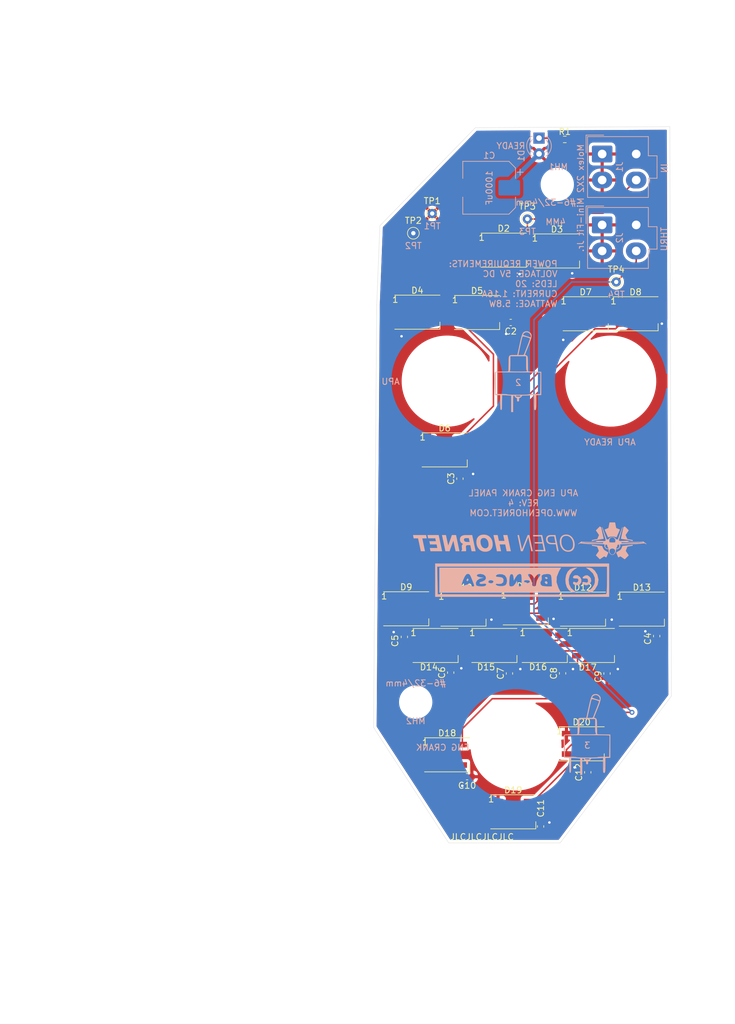
<source format=kicad_pcb>
(kicad_pcb (version 20221018) (generator pcbnew)
  (title_block (title "APU ENG CRANK PANEL") (date "2023-04-12") (rev "4") (company "www.openhornet.com") (comment 1 "License:  CC BY-NC-SA") (comment 2 "Backlighting - Type A"))
  (layers (0 "F.Cu" signal) (31 "B.Cu" signal) (34 "B.Paste" user) (35 "F.Paste" user) (36 "B.SilkS" user "B.Silkscreen") (37 "F.SilkS" user "F.Silkscreen") (38 "B.Mask" user) (39 "F.Mask" user) (44 "Edge.Cuts" user))
  (net 0 "")
  (net 1 "Net-(D2-DOUT)")
  (net 2 "Net-(D3-DOUT)")
  (net 3 "Net-(D4-DOUT)")
  (net 4 "Net-(D5-DOUT)")
  (net 5 "Net-(D8-DOUT)")
  (net 6 "Net-(D10-DIN)")
  (net 7 "Net-(D10-DOUT)")
  (net 8 "Net-(D11-DOUT)")
  (net 9 "Net-(D14-DOUT)")
  (net 10 "Net-(D15-DOUT)")
  (net 11 "+5V")
  (net 12 "GND")
  (net 13 "Net-(D1-K)")
  (net 14 "DATA IN")
  (net 15 "/DATA1")
  (net 16 "/DATA2")
  (net 17 "/DATA3")
  (net 18 "DATA OUT")
  (net 19 "Net-(D7-DOUT)")
  (net 20 "Net-(D12-DOUT)")
  (net 21 "Net-(D16-DOUT)")
  (net 22 "Net-(D18-DOUT)")
  (net 23 "Net-(D19-DOUT)")
  (footprint "OH_Footprints:LED_WS2812B_PLCC4_5.0x5.0mm_P3.2mm" (layer "F.Cu") (at 166.2314 63.9066)
    (fp_text reference "D2" (at 0 -3.5) (layer "F.SilkS"))
    (fp_text value "WS2812B")
    (fp_text user "1" (at -3.556 -2.032) (layer "F.SilkS"))
    (pad "1" smd rect (at -2.45 -1.65) (size 1.5 0.9) (layers "F.Cu" "F.Paste" "F.Mask") (net 11 "+5V"))
    (pad "2" smd rect (at -2.45 1.65) (size 1.5 0.9) (layers "F.Cu" "F.Paste" "F.Mask") (net 1 "Net-(D2-DOUT)"))
    (pad "3" smd rect (at 2.45 1.65) (size 1.5 0.9) (layers "F.Cu" "F.Paste" "F.Mask") (net 12 "GND"))
    (pad "4" smd rect (at 2.45 -1.65) (size 1.5 0.9) (layers "F.Cu" "F.Paste" "F.Mask") (net 14 "DATA IN"))
  )
  (footprint "OH_Footprints:LED_WS2812B_PLCC4_5.0x5.0mm_P3.2mm" (layer "F.Cu") (at 174.8282 64.0334)
    (fp_text reference "D3" (at 0 -3.5) (layer "F.SilkS"))
    (fp_text value "WS2812B")
    (fp_text user "1" (at -3.556 -2.032) (layer "F.SilkS"))
    (pad "1" smd rect (at -2.45 -1.65) (size 1.5 0.9) (layers "F.Cu" "F.Paste" "F.Mask") (net 11 "+5V"))
    (pad "2" smd rect (at -2.45 1.65) (size 1.5 0.9) (layers "F.Cu" "F.Paste" "F.Mask") (net 2 "Net-(D3-DOUT)"))
    (pad "3" smd rect (at 2.45 1.65) (size 1.5 0.9) (layers "F.Cu" "F.Paste" "F.Mask") (net 12 "GND"))
    (pad "4" smd rect (at 2.45 -1.65) (size 1.5 0.9) (layers "F.Cu" "F.Paste" "F.Mask") (net 1 "Net-(D2-DOUT)"))
  )
  (footprint "OH_Footprints:LED_WS2812B_PLCC4_5.0x5.0mm_P3.2mm" (layer "F.Cu") (at 152.2846 73.9138)
    (fp_text reference "D4" (at 0 -3.5) (layer "F.SilkS"))
    (fp_text value "WS2812B")
    (fp_text user "1" (at -3.556 -2.032) (layer "F.SilkS"))
    (pad "1" smd rect (at -2.45 -1.65) (size 1.5 0.9) (layers "F.Cu" "F.Paste" "F.Mask") (net 11 "+5V"))
    (pad "2" smd rect (at -2.45 1.65) (size 1.5 0.9) (layers "F.Cu" "F.Paste" "F.Mask") (net 3 "Net-(D4-DOUT)"))
    (pad "3" smd rect (at 2.45 1.65) (size 1.5 0.9) (layers "F.Cu" "F.Paste" "F.Mask") (net 12 "GND"))
    (pad "4" smd rect (at 2.45 -1.65) (size 1.5 0.9) (layers "F.Cu" "F.Paste" "F.Mask") (net 2 "Net-(D3-DOUT)"))
  )
  (footprint "OH_Footprints:LED_WS2812B_PLCC4_5.0x5.0mm_P3.2mm" (layer "F.Cu") (at 161.925 73.9646)
    (fp_text reference "D5" (at 0 -3.5) (layer "F.SilkS"))
    (fp_text value "WS2812B")
    (fp_text user "1" (at -3.556 -2.032) (layer "F.SilkS"))
    (pad "1" smd rect (at -2.45 -1.65) (size 1.5 0.9) (layers "F.Cu" "F.Paste" "F.Mask") (net 11 "+5V"))
    (pad "2" smd rect (at -2.45 1.65) (size 1.5 0.9) (layers "F.Cu" "F.Paste" "F.Mask") (net 4 "Net-(D5-DOUT)"))
    (pad "3" smd rect (at 2.45 1.65) (size 1.5 0.9) (layers "F.Cu" "F.Paste" "F.Mask") (net 12 "GND"))
    (pad "4" smd rect (at 2.45 -1.65) (size 1.5 0.9) (layers "F.Cu" "F.Paste" "F.Mask") (net 3 "Net-(D4-DOUT)"))
  )
  (footprint "OH_Footprints:LED_WS2812B_PLCC4_5.0x5.0mm_P3.2mm" (layer "F.Cu") (at 179.4626 74.1678)
    (fp_text reference "D7" (at 0 -3.5) (layer "F.SilkS"))
    (fp_text value "WS2812B")
    (fp_text user "1" (at -3.556 -2.032) (layer "F.SilkS"))
    (pad "1" smd rect (at -2.45 -1.65) (size 1.5 0.9) (layers "F.Cu" "F.Paste" "F.Mask") (net 11 "+5V"))
    (pad "2" smd rect (at -2.45 1.65) (size 1.5 0.9) (layers "F.Cu" "F.Paste" "F.Mask") (net 19 "Net-(D7-DOUT)"))
    (pad "3" smd rect (at 2.45 1.65) (size 1.5 0.9) (layers "F.Cu" "F.Paste" "F.Mask") (net 12 "GND"))
    (pad "4" smd rect (at 2.45 -1.65) (size 1.5 0.9) (layers "F.Cu" "F.Paste" "F.Mask") (net 15 "/DATA1"))
  )
  (footprint "OH_Footprints:LED_WS2812B_PLCC4_5.0x5.0mm_P3.2mm" (layer "F.Cu") (at 187.5166 74.1678)
    (fp_text reference "D8" (at 0 -3.5) (layer "F.SilkS"))
    (fp_text value "WS2812B")
    (fp_text user "1" (at -3.556 -2.032) (layer "F.SilkS"))
    (pad "1" smd rect (at -2.45 -1.65) (size 1.5 0.9) (layers "F.Cu" "F.Paste" "F.Mask") (net 11 "+5V"))
    (pad "2" smd rect (at -2.45 1.65) (size 1.5 0.9) (layers "F.Cu" "F.Paste" "F.Mask") (net 5 "Net-(D8-DOUT)"))
    (pad "3" smd rect (at 2.45 1.65) (size 1.5 0.9) (layers "F.Cu" "F.Paste" "F.Mask") (net 12 "GND"))
    (pad "4" smd rect (at 2.45 -1.65) (size 1.5 0.9) (layers "F.Cu" "F.Paste" "F.Mask") (net 19 "Net-(D7-DOUT)"))
  )
  (footprint "OH_Footprints:LED_WS2812B_PLCC4_5.0x5.0mm_P3.2mm" (layer "F.Cu") (at 150.4812 121.792)
    (fp_text reference "D9" (at 0 -3.5) (layer "F.SilkS"))
    (fp_text value "WS2812B")
    (fp_text user "1" (at -3.556 -2.032) (layer "F.SilkS"))
    (pad "1" smd rect (at -2.45 -1.65) (size 1.5 0.9) (layers "F.Cu" "F.Paste" "F.Mask") (net 11 "+5V"))
    (pad "2" smd rect (at -2.45 1.65) (size 1.5 0.9) (layers "F.Cu" "F.Paste" "F.Mask") (net 6 "Net-(D10-DIN)"))
    (pad "3" smd rect (at 2.45 1.65) (size 1.5 0.9) (layers "F.Cu" "F.Paste" "F.Mask") (net 12 "GND"))
    (pad "4" smd rect (at 2.45 -1.65) (size 1.5 0.9) (layers "F.Cu" "F.Paste" "F.Mask") (net 5 "Net-(D8-DOUT)"))
  )
  (footprint "OH_Footprints:LED_WS2812B_PLCC4_5.0x5.0mm_P3.2mm" (layer "F.Cu") (at 159.7268 121.8428)
    (fp_text reference "D10" (at 0 -3.5) (layer "F.SilkS"))
    (fp_text value "WS2812B")
    (fp_text user "1" (at -3.556 -2.032) (layer "F.SilkS"))
    (pad "1" smd rect (at -2.45 -1.65) (size 1.5 0.9) (layers "F.Cu" "F.Paste" "F.Mask") (net 11 "+5V"))
    (pad "2" smd rect (at -2.45 1.65) (size 1.5 0.9) (layers "F.Cu" "F.Paste" "F.Mask") (net 7 "Net-(D10-DOUT)"))
    (pad "3" smd rect (at 2.45 1.65) (size 1.5 0.9) (layers "F.Cu" "F.Paste" "F.Mask") (net 12 "GND"))
    (pad "4" smd rect (at 2.45 -1.65) (size 1.5 0.9) (layers "F.Cu" "F.Paste" "F.Mask") (net 6 "Net-(D10-DIN)"))
  )
  (footprint "OH_Footprints:LED_WS2812B_PLCC4_5.0x5.0mm_P3.2mm" (layer "F.Cu") (at 169.7852 121.6396)
    (fp_text reference "D11" (at 0 -3.5) (layer "F.SilkS"))
    (fp_text value "WS2812B")
    (fp_text user "1" (at -3.556 -2.032) (layer "F.SilkS"))
    (pad "1" smd rect (at -2.45 -1.65) (size 1.5 0.9) (layers "F.Cu" "F.Paste" "F.Mask") (net 11 "+5V"))
    (pad "2" smd rect (at -2.45 1.65) (size 1.5 0.9) (layers "F.Cu" "F.Paste" "F.Mask") (net 8 "Net-(D11-DOUT)"))
    (pad "3" smd rect (at 2.45 1.65) (size 1.5 0.9) (layers "F.Cu" "F.Paste" "F.Mask") (net 12 "GND"))
    (pad "4" smd rect (at 2.45 -1.65) (size 1.5 0.9) (layers "F.Cu" "F.Paste" "F.Mask") (net 7 "Net-(D10-DOUT)"))
  )
  (footprint "OH_Footprints:LED_WS2812B_PLCC4_5.0x5.0mm_P3.2mm" (layer "F.Cu") (at 179.0308 121.8428)
    (fp_text reference "D12" (at 0 -3.5) (layer "F.SilkS"))
    (fp_text value "WS2812B")
    (fp_text user "1" (at -3.556 -2.032) (layer "F.SilkS"))
    (pad "1" smd rect (at -2.45 -1.65) (size 1.5 0.9) (layers "F.Cu" "F.Paste" "F.Mask") (net 11 "+5V"))
    (pad "2" smd rect (at -2.45 1.65) (size 1.5 0.9) (layers "F.Cu" "F.Paste" "F.Mask") (net 20 "Net-(D12-DOUT)"))
    (pad "3" smd rect (at 2.45 1.65) (size 1.5 0.9) (layers "F.Cu" "F.Paste" "F.Mask") (net 12 "GND"))
    (pad "4" smd rect (at 2.45 -1.65) (size 1.5 0.9) (layers "F.Cu" "F.Paste" "F.Mask") (net 8 "Net-(D11-DOUT)"))
  )
  (footprint "OH_Footprints:LED_WS2812B_PLCC4_5.0x5.0mm_P3.2mm" (layer "F.Cu") (at 188.5304 121.8428)
    (fp_text reference "D13" (at 0 -3.5) (layer "F.SilkS"))
    (fp_text value "WS2812B")
    (fp_text user "1" (at -3.556 -2.032) (layer "F.SilkS"))
    (pad "1" smd rect (at -2.45 -1.65) (size 1.5 0.9) (layers "F.Cu" "F.Paste" "F.Mask") (net 11 "+5V"))
    (pad "2" smd rect (at -2.45 1.65) (size 1.5 0.9) (layers "F.Cu" "F.Paste" "F.Mask") (net 16 "/DATA2"))
    (pad "3" smd rect (at 2.45 1.65) (size 1.5 0.9) (layers "F.Cu" "F.Paste" "F.Mask") (net 12 "GND"))
    (pad "4" smd rect (at 2.45 -1.65) (size 1.5 0.9) (layers "F.Cu" "F.Paste" "F.Mask") (net 20 "Net-(D12-DOUT)"))
  )
  (footprint "OH_Footprints:LED_WS2812B_PLCC4_5.0x5.0mm_P3.2mm" (layer "F.Cu") (at 155.2194 127.7112)
    (fp_text reference "D14" (at -1.0694 3.4988) (layer "F.SilkS"))
    (fp_text value "WS2812B")
    (fp_text user "1" (at -3.556 -2.032) (layer "F.SilkS"))
    (pad "1" smd rect (at -2.45 -1.65) (size 1.5 0.9) (layers "F.Cu" "F.Paste" "F.Mask") (net 11 "+5V"))
    (pad "2" smd rect (at -2.45 1.65) (size 1.5 0.9) (layers "F.Cu" "F.Paste" "F.Mask") (net 9 "Net-(D14-DOUT)"))
    (pad "3" smd rect (at 2.45 1.65) (size 1.5 0.9) (layers "F.Cu" "F.Paste" "F.Mask") (net 12 "GND"))
    (pad "4" smd rect (at 2.45 -1.65) (size 1.5 0.9) (layers "F.Cu" "F.Paste" "F.Mask") (net 16 "/DATA2"))
  )
  (footprint "OH_Footprints:LED_WS2812B_PLCC4_5.0x5.0mm_P3.2mm" (layer "F.Cu") (at 164.719 127.7112)
    (fp_text reference "D15" (at -1.339 3.4988) (layer "F.SilkS"))
    (fp_text value "WS2812B")
    (fp_text user "1" (at -3.556 -2.032) (layer "F.SilkS"))
    (pad "1" smd rect (at -2.45 -1.65) (size 1.5 0.9) (layers "F.Cu" "F.Paste" "F.Mask") (net 11 "+5V"))
    (pad "2" smd rect (at -2.45 1.65) (size 1.5 0.9) (layers "F.Cu" "F.Paste" "F.Mask") (net 10 "Net-(D15-DOUT)"))
    (pad "3" smd rect (at 2.45 1.65) (size 1.5 0.9) (layers "F.Cu" "F.Paste" "F.Mask") (net 12 "GND"))
    (pad "4" smd rect (at 2.45 -1.65) (size 1.5 0.9) (layers "F.Cu" "F.Paste" "F.Mask") (net 9 "Net-(D14-DOUT)"))
  )
  (footprint "OH_Footprints:LED_WS2812B_PLCC4_5.0x5.0mm_P3.2mm" (layer "F.Cu") (at 172.847 127.7112)
    (fp_text reference "D16" (at -1.067 3.4788) (layer "F.SilkS"))
    (fp_text value "WS2812B")
    (fp_text user "1" (at -3.556 -2.032) (layer "F.SilkS"))
    (pad "1" smd rect (at -2.45 -1.65) (size 1.5 0.9) (layers "F.Cu" "F.Paste" "F.Mask") (net 11 "+5V"))
    (pad "2" smd rect (at -2.45 1.65) (size 1.5 0.9) (layers "F.Cu" "F.Paste" "F.Mask") (net 21 "Net-(D16-DOUT)"))
    (pad "3" smd rect (at 2.45 1.65) (size 1.5 0.9) (layers "F.Cu" "F.Paste" "F.Mask") (net 12 "GND"))
    (pad "4" smd rect (at 2.45 -1.65) (size 1.5 0.9) (layers "F.Cu" "F.Paste" "F.Mask") (net 10 "Net-(D15-DOUT)"))
  )
  (footprint "OH_Footprints:LED_WS2812B_PLCC4_5.0x5.0mm_P3.2mm" (layer "F.Cu") (at 180.467 127.7112)
    (fp_text reference "D17" (at -0.677 3.5288) (layer "F.SilkS"))
    (fp_text value "WS2812B")
    (fp_text user "1" (at -3.556 -2.032) (layer "F.SilkS"))
    (pad "1" smd rect (at -2.45 -1.65) (size 1.5 0.9) (layers "F.Cu" "F.Paste" "F.Mask") (net 11 "+5V"))
    (pad "2" smd rect (at -2.45 1.65) (size 1.5 0.9) (layers "F.Cu" "F.Paste" "F.Mask") (net 17 "/DATA3"))
    (pad "3" smd rect (at 2.45 1.65) (size 1.5 0.9) (layers "F.Cu" "F.Paste" "F.Mask") (net 12 "GND"))
    (pad "4" smd rect (at 2.45 -1.65) (size 1.5 0.9) (layers "F.Cu" "F.Paste" "F.Mask") (net 21 "Net-(D16-DOUT)"))
  )
  (footprint "OH_Footprints:LED_WS2812B_PLCC4_5.0x5.0mm_P3.2mm" (layer "F.Cu") (at 178.816 143.5862)
    (fp_text reference "D20" (at 0 -3.5) (layer "F.SilkS"))
    (fp_text value "WS2812B")
    (fp_text user "1" (at -3.556 -2.032) (layer "F.SilkS"))
    (pad "1" smd rect (at -2.45 -1.65) (size 1.5 0.9) (layers "F.Cu" "F.Paste" "F.Mask") (net 11 "+5V"))
    (pad "2" smd rect (at -2.45 1.65) (size 1.5 0.9) (layers "F.Cu" "F.Paste" "F.Mask") (net 18 "DATA OUT"))
    (pad "3" smd rect (at 2.45 1.65) (size 1.5 0.9) (layers "F.Cu" "F.Paste" "F.Mask") (net 12 "GND"))
    (pad "4" smd rect (at 2.45 -1.65) (size 1.5 0.9) (layers "F.Cu" "F.Paste" "F.Mask") (net 23 "Net-(D19-DOUT)"))
  )
  (footprint "OH_Footprints:LED_WS2812B_PLCC4_5.0x5.0mm_P3.2mm" (layer "F.Cu") (at 157.099 145.3642)
    (fp_text reference "D18" (at 0 -3.5) (layer "F.SilkS"))
    (fp_text value "WS2812B")
    (fp_text user "1" (at -3.556 -2.032) (layer "F.SilkS"))
    (pad "1" smd rect (at -2.45 -1.65) (size 1.5 0.9) (layers "F.Cu" "F.Paste" "F.Mask") (net 11 "+5V"))
    (pad "2" smd rect (at -2.45 1.65) (size 1.5 0.9) (layers "F.Cu" "F.Paste" "F.Mask") (net 22 "Net-(D18-DOUT)"))
    (pad "3" smd rect (at 2.45 1.65) (size 1.5 0.9) (layers "F.Cu" "F.Paste" "F.Mask") (net 12 "GND"))
    (pad "4" smd rect (at 2.45 -1.65) (size 1.5 0.9) (layers "F.Cu" "F.Paste" "F.Mask") (net 17 "/DATA3"))
  )
  (footprint "OH_Footprints:LED_WS2812B_PLCC4_5.0x5.0mm_P3.2mm" (layer "F.Cu") (at 167.767 154.559)
    (fp_text reference "D19" (at 0 -3.5) (layer "F.SilkS"))
    (fp_text value "WS2812B")
    (fp_text user "1" (at -3.556 -2.032) (layer "F.SilkS"))
    (pad "1" smd rect (at -2.45 -1.65) (size 1.5 0.9) (layers "F.Cu" "F.Paste" "F.Mask") (net 11 "+5V"))
    (pad "2" smd rect (at -2.45 1.65) (size 1.5 0.9) (layers "F.Cu" "F.Paste" "F.Mask") (net 23 "Net-(D19-DOUT)"))
    (pad "3" smd rect (at 2.45 1.65) (size 1.5 0.9) (layers "F.Cu" "F.Paste" "F.Mask") (net 12 "GND"))
    (pad "4" smd rect (at 2.45 -1.65) (size 1.5 0.9) (layers "F.Cu" "F.Paste" "F.Mask") (net 22 "Net-(D18-DOUT)"))
  )
  (footprint "OH_Footprints:LED_WS2812B_PLCC4_5.0x5.0mm_P3.2mm" (layer "F.Cu") (at 156.6926 96.139)
    (fp_text reference "D6" (at 0 -3.5) (layer "F.SilkS"))
    (fp_text value "WS2812B")
    (fp_text user "1" (at -3.556 -2.032) (layer "F.SilkS"))
    (pad "1" smd rect (at -2.45 -1.65) (size 1.5 0.9) (layers "F.Cu" "F.Paste" "F.Mask") (net 11 "+5V"))
    (pad "2" smd rect (at -2.45 1.65) (size 1.5 0.9) (layers "F.Cu" "F.Paste" "F.Mask") (net 15 "/DATA1"))
    (pad "3" smd rect (at 2.45 1.65) (size 1.5 0.9) (layers "F.Cu" "F.Paste" "F.Mask") (net 12 "GND"))
    (pad "4" smd rect (at 2.45 -1.65) (size 1.5 0.9) (layers "F.Cu" "F.Paste" "F.Mask") (net 4 "Net-(D5-DOUT)"))
  )
  (footprint "OH_Footprints:R_0603_1608Metric" (layer "F.Cu") (at 176.0907 46.0299)
    (fp_text reference "R1" (at 0 -1.2499) (layer "F.SilkS"))
    (fp_text value "470")
    (pad "1" smd roundrect (at -0.825 0) (size 0.8 0.95) (layers "F.Cu" "F.Paste" "F.Mask") (net 13 "Net-(D1-K)"))
    (pad "2" smd roundrect (at 0.825 0) (size 0.8 0.95) (layers "F.Cu" "F.Paste" "F.Mask") (net 12 "GND"))
  )
  (footprint "OH_Footprints:C_0603_1608Metric" (layer "F.Cu") (at 172.1866 156.9289 90)
    (fp_text reference "C11" (at 2.9289 0.0234 90) (layer "F.SilkS"))
    (fp_text value "0.1uF")
    (pad "1" smd roundrect (at -0.775 0 90) (size 0.9 0.95) (layers "F.Cu" "F.Paste" "F.Mask") (net 11 "+5V"))
    (pad "2" smd roundrect (at 0.775 0 90) (size 0.9 0.95) (layers "F.Cu" "F.Paste" "F.Mask") (net 12 "GND"))
  )
  (footprint "OH_Footprints:C_0603_1608Metric" (layer "F.Cu") (at 160.3187 148.8925 180)
    (fp_text reference "C10" (at 0 -1.43 180) (layer "F.SilkS"))
    (fp_text value "0.1uF")
    (pad "1" smd roundrect (at -0.775 0 180) (size 0.9 0.95) (layers "F.Cu" "F.Paste" "F.Mask") (net 11 "+5V"))
    (pad "2" smd roundrect (at 0.775 0 180) (size 0.9 0.95) (layers "F.Cu" "F.Paste" "F.Mask") (net 12 "GND"))
  )
  (footprint "OH_Footprints:C_0603_1608Metric" (layer "F.Cu") (at 179.8041 148.1862 90)
    (fp_text reference "C12" (at 0 -1.43 90) (layer "F.SilkS"))
    (fp_text value "0.1uF")
    (pad "1" smd roundrect (at -0.775 0 90) (size 0.9 0.95) (layers "F.Cu" "F.Paste" "F.Mask") (net 11 "+5V"))
    (pad "2" smd roundrect (at 0.775 0 90) (size 0.9 0.95) (layers "F.Cu" "F.Paste" "F.Mask") (net 12 "GND"))
  )
  (footprint "OH_Footprints:C_0603_1608Metric" (layer "F.Cu") (at 157.6705 132.0927 90)
    (fp_text reference "C6" (at 0 -1.43 90) (layer "F.SilkS"))
    (fp_text value "0.1uF")
    (pad "1" smd roundrect (at -0.775 0 90) (size 0.9 0.95) (layers "F.Cu" "F.Paste" "F.Mask") (net 11 "+5V"))
    (pad "2" smd roundrect (at 0.775 0 90) (size 0.9 0.95) (layers "F.Cu" "F.Paste" "F.Mask") (net 12 "GND"))
  )
  (footprint "OH_Footprints:C_0603_1608Metric" (layer "F.Cu") (at 167.1599 132.2324 90)
    (fp_text reference "C7" (at 0 -1.43 90) (layer "F.SilkS"))
    (fp_text value "0.1uF")
    (pad "1" smd roundrect (at -0.775 0 90) (size 0.9 0.95) (layers "F.Cu" "F.Paste" "F.Mask") (net 11 "+5V"))
    (pad "2" smd roundrect (at 0.775 0 90) (size 0.9 0.95) (layers "F.Cu" "F.Paste" "F.Mask") (net 12 "GND"))
  )
  (footprint "OH_Footprints:C_0603_1608Metric" (layer "F.Cu") (at 175.7401 132.2121 90)
    (fp_text reference "C8" (at 0 -1.43 90) (layer "F.SilkS"))
    (fp_text value "0.1uF")
    (pad "1" smd roundrect (at -0.775 0 90) (size 0.9 0.95) (layers "F.Cu" "F.Paste" "F.Mask") (net 11 "+5V"))
    (pad "2" smd roundrect (at 0.775 0 90) (size 0.9 0.95) (layers "F.Cu" "F.Paste" "F.Mask") (net 12 "GND"))
  )
  (footprint "OH_Footprints:C_0603_1608Metric" (layer "F.Cu") (at 182.9156 132.2376 90)
    (fp_text reference "C9" (at -0.5124 -1.43 90) (layer "F.SilkS"))
    (fp_text value "0.1uF")
    (pad "1" smd roundrect (at -0.775 0 90) (size 0.9 0.95) (layers "F.Cu" "F.Paste" "F.Mask") (net 11 "+5V"))
    (pad "2" smd roundrect (at 0.775 0 90) (size 0.9 0.95) (layers "F.Cu" "F.Paste" "F.Mask") (net 12 "GND"))
  )
  (footprint "OH_Footprints:C_0603_1608Metric" (layer "F.Cu") (at 150.1877 126.3295 90)
    (fp_text reference "C5" (at -0.6305 -1.5077 90) (layer "F.SilkS"))
    (fp_text value "0.1uF")
    (pad "1" smd roundrect (at -0.775 0 90) (size 0.9 0.95) (layers "F.Cu" "F.Paste" "F.Mask") (net 11 "+5V"))
    (pad "2" smd roundrect (at 0.775 0 90) (size 0.9 0.95) (layers "F.Cu" "F.Paste" "F.Mask") (net 12 "GND"))
  )
  (footprint "OH_Footprints:C_0603_1608Metric" (layer "F.Cu") (at 190.9343 126.1974 90)
    (fp_text reference "C4" (at -0.4126 -1.4343 90) (layer "F.SilkS"))
    (fp_text value "0.1uF")
    (pad "1" smd roundrect (at -0.775 0 90) (size 0.9 0.95) (layers "F.Cu" "F.Paste" "F.Mask") (net 11 "+5V"))
    (pad "2" smd roundrect (at 0.775 0 90) (size 0.9 0.95) (layers "F.Cu" "F.Paste" "F.Mask") (net 12 "GND"))
  )
  (footprint "OH_Footprints:C_0603_1608Metric" (layer "F.Cu") (at 159.1589 100.7872 90)
    (fp_text reference "C3" (at 0 -1.43 90) (layer "F.SilkS"))
    (fp_text value "0.1uF")
    (pad "1" smd roundrect (at -0.775 0 90) (size 0.9 0.95) (layers "F.Cu" "F.Paste" "F.Mask") (net 11 "+5V"))
    (pad "2" smd roundrect (at 0.775 0 90) (size 0.9 0.95) (layers "F.Cu" "F.Paste" "F.Mask") (net 12 "GND"))
  )
  (footprint "OH_Footprints:C_0603_1608Metric" (layer "F.Cu") (at 167.3606 75.5726 180)
    (fp_text reference "C2" (at 0 -1.43 180) (layer "F.SilkS"))
    (fp_text value "0.1uF")
    (pad "1" smd roundrect (at -0.775 0 180) (size 0.9 0.95) (layers "F.Cu" "F.Paste" "F.Mask") (net 11 "+5V"))
    (pad "2" smd roundrect (at 0.775 0 180) (size 0.9 0.95) (layers "F.Cu" "F.Paste" "F.Mask") (net 12 "GND"))
  )
  (footprint "OH_Footprints:631HX_Toggle_13mm_x_13mm" (layer "F.Cu") (at 157.099 85.0392)
    (fp_text reference "MH3" hide)
    (fp_text value "Switch_631H" hide)
    (pad "" np_thru_hole circle (at 0 0) (size 12.7 12.7) (drill 12.7) (layers "F&B.Cu" "*.Mask") (clearance 0.54))
  )
  (footprint "OH_Footprints:631HX_Toggle_13mm_x_13mm" (layer "F.Cu") (at 183.515 85.0392)
    (fp_text reference "MH4" hide)
    (fp_text value "APU READY LIGHT" hide)
    (pad "" np_thru_hole circle (at 0 0) (size 12.7 12.7) (drill 12.7) (layers "F&B.Cu" "*.Mask") (clearance 0.54))
  )
  (footprint "OH_Footprints:631HX_Toggle_13mm_x_13mm" (layer "F.Cu") (at 168.2115 143.7767)
    (fp_text reference "MH5" hide)
    (fp_text value "Switch_631H" hide)
    (pad "" np_thru_hole circle (at 0 0) (size 12.7 12.7) (drill 12.7) (layers "F&B.Cu" "*.Mask") (clearance 0.54))
  )
  (footprint "OH_Footprints:TestPoint_THTPad_D1.5mm_Drill0.7mm" (layer "F.Cu") (at 151.638 61.1632)
    (fp_text reference "TP2" (at 0 -2.032) (layer "F.SilkS"))
    (fp_text value "TestPoint" hide)
    (fp_text user "${REFERENCE}" (at 0 2.032) (layer "B.SilkS") (effects (justify mirror)))
    (pad "1" thru_hole circle (at 0 0) (size 1.5 1.5) (drill 0.7) (layers "*.Cu" "*.Mask") (net 12 "GND"))
  )
  (footprint "OH_Footprints:TestPoint_THTPad_D1.5mm_Drill0.7mm" (layer "F.Cu") (at 154.686 57.9882)
    (fp_text reference "TP1" (at 0 -2.032) (layer "F.SilkS"))
    (fp_text value "TestPoint" hide)
    (fp_text user "${REFERENCE}" (at 0 2.032) (layer "B.SilkS") (effects (justify mirror)))
    (pad "1" thru_hole circle (at 0 0) (size 1.5 1.5) (drill 0.7) (layers "*.Cu" "*.Mask") (net 11 "+5V"))
  )
  (footprint "OH_Footprints:TestPoint_THTPad_D1.5mm_Drill0.7mm" (layer "F.Cu") (at 184.404 69.0372)
    (fp_text reference "TP4" (at 0 -2.032) (layer "F.SilkS"))
    (fp_text value "TestPoint" hide)
    (fp_text user "${REFERENCE}" (at 0 2.032) (layer "B.SilkS") (effects (justify mirror)))
    (pad "1" thru_hole circle (at 0 0) (size 1.5 1.5) (drill 0.7) (layers "*.Cu" "*.Mask") (net 18 "DATA OUT"))
  )
  (footprint "OH_Footprints:TestPoint_THTPad_D1.5mm_Drill0.7mm" (layer "F.Cu") (at 170.053 58.8772)
    (fp_text reference "TP3" (at 0 -2.032) (layer "F.SilkS"))
    (fp_text value "TestPoint" hide)
    (fp_text user "${REFERENCE}" (at 0 2.032) (layer "B.SilkS") (effects (justify mirror)))
    (pad "1" thru_hole circle (at 0 0) (size 1.5 1.5) (drill 0.7) (layers "*.Cu" "*.Mask") (net 14 "DATA IN"))
  )
  (footprint "OH_Footprints:Molex_Mini-Fit_Jr_5566-04A_2x02_P4.20mm_Vertical" (layer "B.Cu") (at 182.1282 59.8246 -90)
    (fp_text reference "J2" (at 2.1 -2.820624 90) (layer "B.SilkS") (effects (justify mirror)))
    (fp_text value "Mini-Fit Jr. 2x02")
    (pad "1" thru_hole roundrect (at 0 0 270) (size 2.7 3.3) (drill 1.4) (layers "*.Cu" "*.Mask") (roundrect_rratio 0.09259296296) (net 11 "+5V"))
    (pad "2" thru_hole oval (at 4.2 0 270) (size 2.7 3.3) (drill 1.4) (layers "*.Cu" "*.Mask") (net 11 "+5V"))
    (pad "3" thru_hole oval (at 0 -5.5 270) (size 2.7 3.3) (drill 1.4) (layers "*.Cu" "*.Mask") (net 12 "GND"))
    (pad "4" thru_hole oval (at 4.2 -5.5 270) (size 2.7 3.3) (drill 1.4) (layers "*.Cu" "*.Mask") (net 18 "DATA OUT"))
  )
  (footprint "OH_Footprints:CP_Elec_8x10" (layer "B.Cu") (at 163.8795 53.8277 180)
    (fp_text reference "C1" (at 0 5.2) (layer "B.SilkS") (effects (justify mirror)))
    (fp_text value "1000uF")
    (pad "1" smd roundrect (at -3.25 0 180) (size 3.5 2.5) (layers "B.Cu" "B.Paste" "B.Mask") (roundrect_rratio 0.1) (net 11 "+5V"))
    (pad "2" smd roundrect (at 3.25 0 180) (size 3.5 2.5) (layers "B.Cu" "B.Paste" "B.Mask") (roundrect_rratio 0.1) (net 12 "GND"))
  )
  (footprint "OH_Footprints:LED_D3.0mm" (layer "B.Cu") (at 171.9326 45.8166 -90)
    (fp_text reference "D1" (at 2.8634 2.8726 90) (layer "B.SilkS") (effects (justify mirror)))
    (fp_text value "Green")
    (pad "1" thru_hole rect (at 0 0 270) (size 1.8 1.8) (drill 0.9) (layers "*.Cu" "*.Mask") (net 13 "Net-(D1-K)"))
    (pad "2" thru_hole circle (at 2.54 0 270) (size 1.8 1.8) (drill 0.9) (layers "*.Cu" "*.Mask") (net 11 "+5V"))
  )
  (footprint "OH_Footprints:Molex_Mini-Fit_Jr_5566-04A_2x02_P4.20mm_Vertical" (layer "B.Cu") (at 182.1282 48.3819 -90)
    (fp_text reference "J1" (at 2.1 -2.820624 90) (layer "B.SilkS") (effects (justify mirror)))
    (fp_text value "Mini-Fit Jr. 2x02")
    (pad "1" thru_hole roundrect (at 0 0 270) (size 2.7 3.3) (drill 1.4) (layers "*.Cu" "*.Mask") (roundrect_rratio 0.09259296296) (net 11 "+5V"))
    (pad "2" thru_hole oval (at 4.2 0 270) (size 2.7 3.3) (drill 1.4) (layers "*.Cu" "*.Mask") (net 11 "+5V"))
    (pad "3" thru_hole oval (at 0 -5.5 270) (size 2.7 3.3) (drill 1.4) (layers "*.Cu" "*.Mask") (net 12 "GND"))
    (pad "4" thru_hole oval (at 4.2 -5.5 270) (size 2.7 3.3) (drill 1.4) (layers "*.Cu" "*.Mask") (net 14 "DATA IN"))
  )
  (footprint "OH_Footprints:MountingHole_6-32_PHS" (layer "B.Cu") (at 174.879 53.2892 180)
    (fp_text reference "MH1" (at -0.131 2.8292) (layer "B.SilkS") (effects (justify mirror)))
    (fp_text value "6x32 / 4mm" hide)
    (fp_text user "#6-32/4mm" (at 1.849 -2.9108 unlocked) (layer "B.SilkS") (effects (justify mirror)))
    (pad "" np_thru_hole circle (at 0 0 180) (size 4.3 4.3) (drill 4.3) (layers "F&B.Cu" "*.Mask") (clearance 0.54))
  )
  (footprint "OH_Footprints:MountingHole_6-32_PHS" (layer "B.Cu") (at 152.019 136.8552 180)
    (fp_text reference "MH2" (at 0 -3.048) (layer "B.SilkS") (effects (justify mirror)))
    (fp_text value "6x32 / 4mm" hide)
    (fp_text user "#6-32/4mm" (at 0 3.048 unlocked) (layer "B.SilkS") (effects (justify mirror)))
    (pad "" np_thru_hole circle (at 0 0 180) (size 4.3 4.3) (drill 4.3) (layers "F&B.Cu" "*.Mask") (clearance 0.54))
  )
  (footprint "OH_Footprints:631H2_Toggle_Silkscreen" (layer "B.Cu") (at 168.576701 83.500008 180)
    (fp_text reference "LOGO3" hide)
    (fp_text value "LOGO" hide)
    (fp_text user "2" (at 0 -1.778) (layer "B.SilkS") (effects (justify mirror)))
  )
  (footprint "OH_Footprints:631H3_Toggle_Silkscreen" (layer "B.Cu") (at 179.7304 142.0622 180)
    (fp_text reference "LOGO4" hide)
    (fp_text value "LOGO" hide)
    (fp_text user "3" (at 0 -1.778) (layer "B.SilkS") (effects (justify mirror)))
  )
  (footprint "OH_Footprints:LOGO_OH_Text_Small" (layer "B.Cu") (at 170.434 110.8202 180)
    (fp_text reference "LOGO1" hide)
    (fp_text value "LOGO" hide)
  )
  (footprint "OH_Footprints:LOGO_CC-BY-NC-SA_Half_Large" (layer "B.Cu") (at 169.291 117.1702 180)
    (fp_text reference "LOGO2" hide)
    (fp_text value "LOGO" hide)
  )
  (gr_line (start 146.2278 59.9694) (end 145.7198 72.771) (stroke (width 0.05)) (layer "Edge.Cuts"))
  (gr_line (start 193.3194 135.8646) (end 193.0654 43.9674) (stroke (width 0.05)) (layer "Edge.Cuts"))
  (gr_line (start 145.7198 72.771) (end 145.2118 140.9446) (stroke (width 0.05)) (layer "Edge.Cuts"))
  (gr_line (start 175.3362 159.5882) (end 193.3194 135.8646) (stroke (width 0.05)) (layer "Edge.Cuts"))
  (gr_line (start 145.2118 140.9446) (end 157.353 159.5882) (stroke (width 0.05)) (layer "Edge.Cuts"))
  (gr_line (start 193.0654 43.9674) (end 161.671 44.1198) (stroke (width 0.05)) (layer "Edge.Cuts"))
  (gr_line (start 161.671 44.1198) (end 146.2278 59.9694) (stroke (width 0.05)) (layer "Edge.Cuts"))
  (gr_line (start 157.353 159.5882) (end 175.3362 159.5882) (stroke (width 0.05)) (layer "Edge.Cuts"))
  (gr_text "IN" (at 192.18402 50.68316 90) (layer "B.SilkS") (effects (font (size 1 1)) (justify mirror)))
  (gr_text "APU ENG CRANK PANEL\nREV: 4\nWWW.OPENHORNET.COM" (at 169.418 104.7242) (layer "B.SilkS") (effects (font (size 1 1)) (justify mirror)))
  (gr_text "Molex 2X2 Mini-Fit Jr." (at 178.66 55.49 90) (layer "B.SilkS") (effects (font (size 1 1)) (justify mirror)))
  (gr_text "APU" (at 147.96262 85.11286) (layer "B.SilkS") (effects (font (size 1 1)) (justify mirror)))
  (gr_text "4MM" (at 174.617117 59.355572) (layer "B.SilkS") (effects (font (size 1 1)) (justify mirror)))
  (gr_text "ENG CRANK" (at 156.37764 144.18818) (layer "B.SilkS") (effects (font (size 1 1)) (justify mirror)))
  (gr_text "1000uF" (at 163.899 53.8742 90) (layer "B.SilkS") (effects (font (size 1 1)) (justify mirror)))
  (gr_text "POWER REQUIREMENTS:\nVOLTAGE: 5V DC\nLEDS: 20\nCURRENT: 1.16A\nWATTAGE: 5.8W" (at 175.006 69.342) (layer "B.SilkS") (effects (font (size 1 1)) (justify left mirror)))
  (gr_text "THRU" (at 192.14084 62.11824 90) (layer "B.SilkS") (effects (font (size 1 1)) (justify mirror)))
  (gr_text "READY" (at 167.386 47.0662) (layer "B.SilkS") (effects (font (size 1 1)) (justify mirror)))
  (gr_text "APU READY" (at 183.388 94.8944) (layer "B.SilkS") (effects (font (size 1 1)) (justify mirror)))
  (gr_text "JLCJLCJLCJLC" (at 162.719 158.6242) (layer "F.SilkS") (effects (font (size 1 1))))
  (segment (start 174.88 64.7816) (end 177.2782 62.3834) (width 0.25) (layer "F.Cu") (net 1))
  (segment (start 164.5564 64.7816) (end 174.88 64.7816) (width 0.25) (layer "F.Cu") (net 1))
  (segment (start 163.7814 65.5566) (end 164.5564 64.7816) (width 0.25) (layer "F.Cu") (net 1))
  (segment (start 155.4588 71.5396) (end 154.7346 72.2638) (width 0.25) (layer "F.Cu") (net 2))
  (segment (start 166.522 71.5396) (end 155.4588 71.5396) (width 0.25) (layer "F.Cu") (net 2))
  (segment (start 172.3782 65.6834) (end 166.522 71.5396) (width 0.25) (layer "F.Cu") (net 2))
  (segment (start 149.8346 75.5638) (end 150.6096 74.7888) (width 0.25) (layer "F.Cu") (net 3))
  (segment (start 150.6096 74.7888) (end 161.9008 74.7888) (width 0.25) (layer "F.Cu") (net 3))
  (segment (start 161.9008 74.7888) (end 164.375 72.3146) (width 0.25) (layer "F.Cu") (net 3))
  (segment (start 159.475 75.6146) (end 164.574 80.7136) (width 0.25) (layer "F.Cu") (net 4))
  (segment (start 164.574 80.7136) (end 164.574 89.0576) (width 0.25) (layer "F.Cu") (net 4))
  (segment (start 164.574 89.0576) (end 159.1426 94.489) (width 0.25) (layer "F.Cu") (net 4))
  (segment (start 184.2916 76.5928) (end 180.9632 76.5928) (width 0.25) (layer "F.Cu") (net 5))
  (segment (start 180.9632 76.5928) (end 162.1282 95.4278) (width 0.25) (layer "F.Cu") (net 5))
  (segment (start 162.1282 111.0106) (end 152.8942 120.2446) (width 0.25) (layer "F.Cu") (net 5))
  (segment (start 185.0666 75.8178) (end 184.2916 76.5928) (width 0.25) (layer "F.Cu") (net 5))
  (segment (start 162.1282 95.4278) (end 162.1282 111.0106) (width 0.25) (layer "F.Cu") (net 5))
  (segment (start 148.0312 123.442) (end 148.8062 122.667) (width 0.25) (layer "F.Cu") (net 6))
  (segment (start 148.8062 122.667) (end 159.7026 122.667) (width 0.25) (layer "F.Cu") (net 6))
  (segment (start 159.7026 122.667) (end 162.1768 120.1928) (width 0.25) (layer "F.Cu") (net 6))
  (segment (start 157.2768 123.4928) (end 160.3268 123.4928) (width 0.25) (layer "F.Cu") (net 7))
  (segment (start 171.2202 121.0046) (end 172.2352 119.9896) (width 0.25) (layer "F.Cu") (net 7))
  (segment (start 160.3268 123.4928) (end 162.815 121.0046) (width 0.25) (layer "F.Cu") (net 7))
  (segment (start 162.815 121.0046) (end 171.2202 121.0046) (width 0.25) (layer "F.Cu") (net 7))
  (segment (start 179.159 122.5146) (end 181.4808 120.1928) (width 0.25) (layer "F.Cu") (net 8))
  (segment (start 168.1102 122.5146) (end 179.159 122.5146) (width 0.25) (layer "F.Cu") (net 8))
  (segment (start 167.3352 123.2896) (end 168.1102 122.5146) (width 0.25) (layer "F.Cu") (net 8))
  (segment (start 152.7694 129.3612) (end 153.5444 128.5862) (width 0.25) (layer "F.Cu") (net 9))
  (segment (start 153.5444 128.5862) (end 164.644 128.5862) (width 0.25) (layer "F.Cu") (net 9))
  (segment (start 164.644 128.5862) (end 167.169 126.0612) (width 0.25) (layer "F.Cu") (net 9))
  (segment (start 167.7818 126.8984) (end 174.917 126.8984) (width 0.25) (layer "F.Cu") (net 10))
  (segment (start 165.319 129.3612) (end 167.7818 126.8984) (width 0.25) (layer "F.Cu") (net 10))
  (segment (start 174.917 126.8984) (end 175.7542 126.0612) (width 0.25) (layer "F.Cu") (net 10))
  (segment (start 162.269 129.3612) (end 165.319 129.3612) (width 0.25) (layer "F.Cu") (net 10))
  (segment (start 167.1295 53.1597) (end 171.9326 48.3566) (width 0.75) (layer "B.Cu") (net 11))
  (segment (start 175.7542 129.8184) (end 175.7542 131.423) (width 0.6) (layer "F.Cu") (net 12))
  (segment (start 175.297 129.3612) (end 175.7542 129.8184) (width 0.6) (layer "F.Cu") (net 12))
  (segment (start 170.217 156.209) (end 171.9537 156.209) (width 0.6) (layer "F.Cu") (net 12))
  (segment (start 177.3349 131.4371) (end 177.419 131.5212) (width 0.6) (layer "F.Cu") (net 12))
  (segment (start 172.0088 156.1539) (end 173.4767 156.1539) (width 0.6) (layer "F.Cu") (net 12))
  (segment (start 190.9343 125.4224) (end 189.1058 125.4224) (width 0.6) (layer "F.Cu") (net 12))
  (segment (start 148.4653 125.5545) (end 148.463 125.5522) (width 0.6) (layer "F.Cu") (net 12))
  (segment (start 185.2762 46.0299) (end 187.6282 48.3819) (width 0.6) (layer "F.Cu") (net 12))
  (segment (start 166.5856 75.5726) (end 166.5856 77.3808) (width 0.6) (layer "F.Cu") (net 12))
  (segment (start 189.1058 125.4224) (end 189.103 125.4252) (width 0.6) (layer "F.Cu") (net 12))
  (segment (start 159.1589 100.0122) (end 161.277 100.0122) (width 0.6) (layer "F.Cu") (net 12))
  (segment (start 183.6272 123.4928) (end 183.679 123.5446) (width 0.6) (layer "F.Cu") (net 12))
  (segment (start 152.1976 123.5446) (end 150.1877 125.5545) (width 0.6) (layer "F.Cu") (net 12))
  (segment (start 159.5437 148.8925) (end 159.5437 150.3629) (width 0.6) (layer "F.Cu") (net 12))
  (segment (start 189.9666 75.8178) (end 191.7204 75.8178) (width 0.6) (layer "F.Cu") (net 12))
  (segment (start 177.688 147.4112) (end 177.673 147.3962) (width 0.6) (layer "F.Cu") (net 12))
  (segment (start 159.3085 131.3177) (end 159.385 131.3942) (width 0.6) (layer "F.Cu") (net 12))
  (segment (start 159.1426 97.789) (end 159.1426 99.9959) (width 0.6) (layer "F.Cu") (net 12))
  (segment (start 175.7401 131.4371) (end 177.3349 131.4371) (width 0.6) (layer "F.Cu") (net 12))
  (segment (start 173.4767 156.1539) (end 173.609 156.2862) (width 0.6) (layer "F.Cu") (net 12))
  (segment (start 157.6705 131.3177) (end 159.3085 131.3177) (width 0.6) (layer "F.Cu") (net 12))
  (segment (start 177.2782 67.6264) (end 177.292 67.6402) (width 0.6) (layer "F.Cu") (net 12))
  (segment (start 167.169 129.3612) (end 167.169 131.4483) (width 0.6) (layer "F.Cu") (net 12))
  (segment (start 179.8041 147.4112) (end 177.688 147.4112) (width 0.6) (layer "F.Cu") (net 12))
  (segment (start 168.8462 131.4574) (end 168.91 131.5212) (width 0.6) (layer "F.Cu") (net 12))
  (segment (start 172.2352 123.2896) (end 174.153 123.2896) (width 0.6) (layer "F.Cu") (net 12))
  (segment (start 181.9126 75.8178) (end 179.7022 75.8178) (width 0.6) (layer "F.Cu") (net 12))
  (segment (start 161.277 100.0122) (end 161.29 100.0252) (width 0.6) (layer "F.Cu") (net 12))
  (segment (start 152.9312 123.442) (end 152.2346 123.442) (width 0.6) (layer "F.Cu") (net 12))
  (segment (start 184.5994 131.4626) (end 184.658 131.5212) (width 0.6) (layer "F.Cu") (net 12))
  (segment (start 162.1768 123.4928) (end 164.1962 123.4928) (width 0.6) (layer "F.Cu") (net 12))
  (segment (start 181.4808 123.4928) (end 183.6272 123.4928) (width 0.6) (layer "F.Cu") (net 12))
  (segment (start 181.3422 145.4394) (end 181.3422 145.8731) (width 0.6) (layer "F.Cu") (net 12))
  (segment (start 154.7346 75.5638) (end 151.9694 75.5638) (width 0.6) (layer "F.Cu") (net 12))
  (segment (start 166.5856 77.3808) (end 166.624 77.4192) (width 0.6) (layer "F.Cu") (net 12))
  (segment (start 167.1599 131.4574) (end 168.8462 131.4574) (width 0.6) (layer "F.Cu") (net 12))
  (segment (start 190.9434 123.5954) (end 190.9434 125.4133) (width 0.6) (layer "F.Cu") (net 12))
  (segment (start 182.917 129.3612) (end 182.917 131.4612) (width 0.6) (layer "F.Cu") (net 12))
  (segment (start 150.1877 125.5545) (end 148.4653 125.5545) (width 0.6) (layer "F.Cu") (net 12))
  (segment (start 164.375 75.6146) (end 166.5436 75.6146) (width 0.6) (layer "F.Cu") (net 12))
  (segment (start 191.7204 75.8178) (end 191.77 75.7682) (width 0.6) (layer "F.Cu") (net 12))
  (segment (start 176.9157 46.0299) (end 185.2762 46.0299) (width 0.6) (layer "F.Cu") (net 12))
  (segment (start 168.6814 65.5566) (end 168.6814 67.6656) (width 0.6) (layer "F.Cu") (net 12))
  (segment (start 164.1962 123.4928) (end 164.248 123.5446) (width 0.6) (layer "F.Cu") (net 12))
  (segment (start 168.6814 67.6656) (end 168.783 67.7672) (width 0.6) (layer "F.Cu") (net 12))
  (segment (start 159.549 147.0142) (end 159.549 148.8872) (width 0.6) (layer "F.Cu") (net 12))
  (segment (start 151.9694 75.5638) (end 149.733 77.8002) (width 0.6) (layer "F.Cu") (net 12))
  (segment (start 182.9156 131.4626) (end 184.5994 131.4626) (width 0.6) (layer "F.Cu") (net 12))
  (segment (start 177.1356 78.3844) (end 175.8442 78.3844) (width 0.6) (layer "F.Cu") (net 12))
  (segment (start 179.7022 75.8178) (end 177.1356 78.3844) (width 0.6) (layer "F.Cu") (net 12))
  (segment (start 181.3422 145.8731) (end 179.8041 147.4112) (width 0.6) (layer "F.Cu") (net 12))
  (segment (start 174.153 123.2896) (end 174.281 123.4176) (width 0.6) (layer "F.Cu") (net 12))
  (segment (start 157.6694 129.3612) (end 157.6694 131.3166) (width 0.6) (layer "F.Cu") (net 12))
  (segment (start 177.2782 65.6834) (end 177.2782 67.6264) (width 0.6) (layer "F.Cu") (net 12))
  (via (at 177.419 131.5212) (size 0.8) (drill 0.4) (layers "F.Cu" "B.Cu") (net 12))
  (via (at 159.385 131.3942) (size 0.8) (drill 0.4) (layers "F.Cu" "B.Cu") (net 12))
  (via (at 191.77 75.7682) (size 0.8) (drill 0.4) (layers "F.Cu" "B.Cu") (net 12))
  (via (at 168.91 131.5212) (size 0.8) (drill 0.4) (layers "F.Cu" "B.Cu") (net 12))
  (via (at 177.292 67.6402) (size 0.8) (drill 0.4) (layers "F.Cu" "B.Cu") (net 12))
  (via (at 149.733 77.8002) (size 0.8) (drill 0.4) (layers "F.Cu" "B.Cu") (net 12))
  (via (at 166.624 77.4192) (size 0.8) (drill 0.4) (layers "F.Cu" "B.Cu") (net 12))
  (via (at 164.248 123.5446) (size 0.8) (drill 0.4) (layers "F.Cu" "B.Cu") (net 12))
  (via (at 148.463 125.5522) (size 0.8) (drill 0.4) (layers "F.Cu" "B.Cu") (net 12))
  (via (at 161.29 100.0252) (size 0.8) (drill 0.4) (layers "F.Cu" "B.Cu") (net 12))
  (via (at 177.673 147.3962) (size 0.8) (drill 0.4) (layers "F.Cu" "B.Cu") (net 12))
  (via (at 159.5437 150.3629) (size 0.8) (drill 0.4) (layers "F.Cu" "B.Cu") (net 12))
  (via (at 183.679 123.5446) (size 0.8) (drill 0.4) (layers "F.Cu" "B.Cu") (net 12))
  (via (at 184.658 131.5212) (size 0.8) (drill 0.4) (layers "F.Cu" "B.Cu") (net 12))
  (via (at 189.103 125.4252) (size 0.8) (drill 0.4) (layers "F.Cu" "B.Cu") (net 12))
  (via (at 174.281 123.4176) (size 0.8) (drill 0.4) (layers "F.Cu" "B.Cu") (net 12))
  (via (at 173.609 156.2862) (size 0.8) (drill 0.4) (layers "F.Cu" "B.Cu") (net 12))
  (via (at 175.8442 78.3844) (size 0.8) (drill 0.4) (layers "F.Cu" "B.Cu") (net 12))
  (via (at 168.783 67.7672) (size 0.8) (drill 0.4) (layers "F.Cu" "B.Cu") (net 12))
  (segment (start 171.9326 45.8166) (end 175.0524 45.8166) (width 0.25) (layer "F.Cu") (net 13))
  (segment (start 176.750977 58.8772) (end 170.053 58.8772) (width 0.25) (layer "F.Cu") (net 14))
  (segment (start 187.6282 52.5819) (end 182.2727 57.9374) (width 0.25) (layer "F.Cu") (net 14))
  (segment (start 170.053 60.885) (end 168.6814 62.2566) (width 0.25) (layer "F.Cu") (net 14))
  (segment (start 177.690777 57.9374) (end 176.750977 58.8772) (width 0.25) (layer "F.Cu") (net 14))
  (segment (start 170.053 58.8772) (end 170.053 60.885) (width 0.25) (layer "F.Cu") (net 14))
  (segment (start 182.2727 57.9374) (end 177.690777 57.9374) (width 0.25) (layer "F.Cu") (net 14))
  (segment (start 173.0502 82.4314) (end 158.4676 97.014) (width 0.25) (layer "F.Cu") (net 15))
  (segment (start 178.9422 72.5178) (end 176.6316 74.8284) (width 0.25) (layer "F.Cu") (net 15))
  (segment (start 155.0176 97.014) (end 154.2426 97.789) (width 0.25) (layer "F.Cu") (net 15))
  (segment (start 181.9126 72.5178) (end 178.9422 72.5178) (width 0.25) (layer "F.Cu") (net 15))
  (segment (start 173.0502 74.8284) (end 173.0502 82.4314) (width 0.25) (layer "F.Cu") (net 15))
  (segment (start 176.6316 74.8284) (end 173.0502 74.8284) (width 0.25) (layer "F.Cu") (net 15))
  (segment (start 158.4676 97.014) (end 155.0176 97.014) (width 0.25) (layer "F.Cu") (net 15))
  (segment (start 168.4102 124.0646) (end 164.753305 124.0646) (width 0.25) (layer "F.Cu") (net 16))
  (segment (start 159.3584 124.3722) (end 157.6694 126.0612) (width 0.25) (layer "F.Cu") (net 16))
  (segment (start 186.0804 123.4928) (end 185.3036 124.2696) (width 0.25) (layer "F.Cu") (net 16))
  (segment (start 185.3036 124.2696) (end 168.6152 124.2696) (width 0.25) (layer "F.Cu") (net 16))
  (segment (start 164.753305 124.0646) (end 164.548305 124.2696) (width 0.25) (layer "F.Cu") (net 16))
  (segment (start 168.6152 124.2696) (end 168.4102 124.0646) (width 0.25) (layer "F.Cu") (net 16))
  (segment (start 164.548305 124.2696) (end 159.3954 124.2696) (width 0.25) (layer "F.Cu") (net 16))
  (segment (start 177.0327 136.3017) (end 164.3835 136.3017) (width 0.25) (layer "F.Cu") (net 17))
  (segment (start 164.3835 136.3017) (end 159.549 141.1362) (width 0.25) (layer "F.Cu") (net 17))
  (segment (start 159.549 141.1362) (end 159.549 143.7142) (width 0.25) (layer "F.Cu") (net 17))
  (segment (start 178.144 129.4882) (end 178.144 135.1904) (width 0.25) (layer "F.Cu") (net 17))
  (segment (start 178.144 135.1904) (end 177.0327 136.3017) (width 0.25) (layer "F.Cu") (net 17))
  (segment (start 176.366 144.5362) (end 182.396 138.5062) (width 0.25) (layer "F.Cu") (net 18))
  (segment (start 187.6282 65.813) (end 187.6282 64.0246) (width 0.25) (layer "F.Cu") (net 18))
  (segment (start 176.366 145.2362) (end 176.366 144.5362) (width 0.25) (layer "F.Cu") (net 18))
  (segment (start 184.404 69.0372) (end 187.6282 65.813) (width 0.25) (layer "F.Cu") (net 18))
  (segment (start 182.396 138.5062) (end 186.944 138.5062) (width 0.25) (layer "F.Cu") (net 18))
  (via (at 186.944 138.5062) (size 0.8) (drill 0.4) (layers "F.Cu" "B.Cu") (net 18))
  (segment (start 177.2158 69.0372) (end 184.404 69.0372) (width 0.25) (layer "B.Cu") (net 18))
  (segment (start 186.944 138.5062) (end 171.1198 122.682) (width 0.25) (layer "B.Cu") (net 18))
  (segment (start 171.1198 122.682) (end 171.1198 75.1332) (width 0.25) (layer "B.Cu") (net 18))
  (segment (start 171.1198 75.1332) (end 177.2158 69.0372) (width 0.25) (layer "B.Cu") (net 18))
  (segment (start 177.0126 75.8178) (end 178.2376 74.5928) (width 0.25) (layer "F.Cu") (net 19))
  (segment (start 178.2376 74.5928) (end 187.8916 74.5928) (width 0.25) (layer "F.Cu") (net 19))
  (segment (start 187.8916 74.5928) (end 189.9666 72.5178) (width 0.25) (layer "F.Cu") (net 19))
  (segment (start 182.0936 121.03) (end 190.1432 121.03) (width 0.25) (layer "F.Cu") (net 20))
  (segment (start 179.6308 123.4928) (end 182.0936 121.03) (width 0.25) (layer "F.Cu") (net 20))
  (segment (start 190.1432 121.03) (end 190.9804 120.1928) (width 0.25) (layer "F.Cu") (net 20))
  (segment (start 176.5808 123.4928) (end 179.6308 123.4928) (width 0.25) (layer "F.Cu") (net 20))
  (segment (start 180.392 128.5862) (end 182.917 126.0612) (width 0.25) (layer "F.Cu") (net 21))
  (segment (start 170.8542 129.3612) (end 171.6292 128.5862) (width 0.25) (layer "F.Cu") (net 21))
  (segment (start 171.6292 128.5862) (end 180.392 128.5862) (width 0.25) (layer "F.Cu") (net 21))
  (segment (start 161.717902 154.083102) (end 169.042898 154.083102) (width 0.25) (layer "F.Cu") (net 22))
  (segment (start 169.042898 154.083102) (end 170.217 152.909) (width 0.25) (layer "F.Cu") (net 22))
  (segment (start 154.649 147.0142) (end 161.717902 154.083102) (width 0.25) (layer "F.Cu") (net 22))
  (segment (start 165.317 156.209) (end 168.367 156.209) (width 0.25) (layer "F.Cu") (net 23))
  (segment (start 168.367 156.209) (end 170.892 153.684) (width 0.25) (layer "F.Cu") (net 23))
  (segment (start 171.292 152.5834) (end 181.3422 142.5332) (width 0.25) (layer "F.Cu") (net 23))
  (segment (start 170.892 153.684) (end 171.292 153.684) (width 0.25) (layer "F.Cu") (net 23))
  (segment (start 171.292 153.684) (end 171.292 152.5834) (width 0.25) (layer "F.Cu") (net 23))
  (segment (start 181.3422 142.5332) (end 181.3422 142.1394) (width 0.25) (layer "F.Cu") (net 23))
  (zone (net 11) (net_name "+5V") (layer "F.Cu") (connect_pads (clearance 0.508)) (min_thickness 0.254) (fill yes (thermal_gap 0.508) (thermal_bridge_width 0.508))
    (polygon (pts (xy 201.82078 162.6616) (xy 139.88288 162.8267) (xy 142.367 53.7972) (xy 143.95704 42.43578) (xy 203.60132 42.09796)))
  )
  (zone (net 12) (net_name "GND") (layer "B.Cu") (connect_pads yes (clearance 0.508)) (min_thickness 0.254) (fill yes (thermal_gap 0.508) (thermal_bridge_width 0.508))
    (polygon (pts (xy 200.3298 162.93338) (xy 140.37818 163.26612) (xy 144.35328 42.03954) (xy 201.32294 42.03954)))
  )
)
</source>
